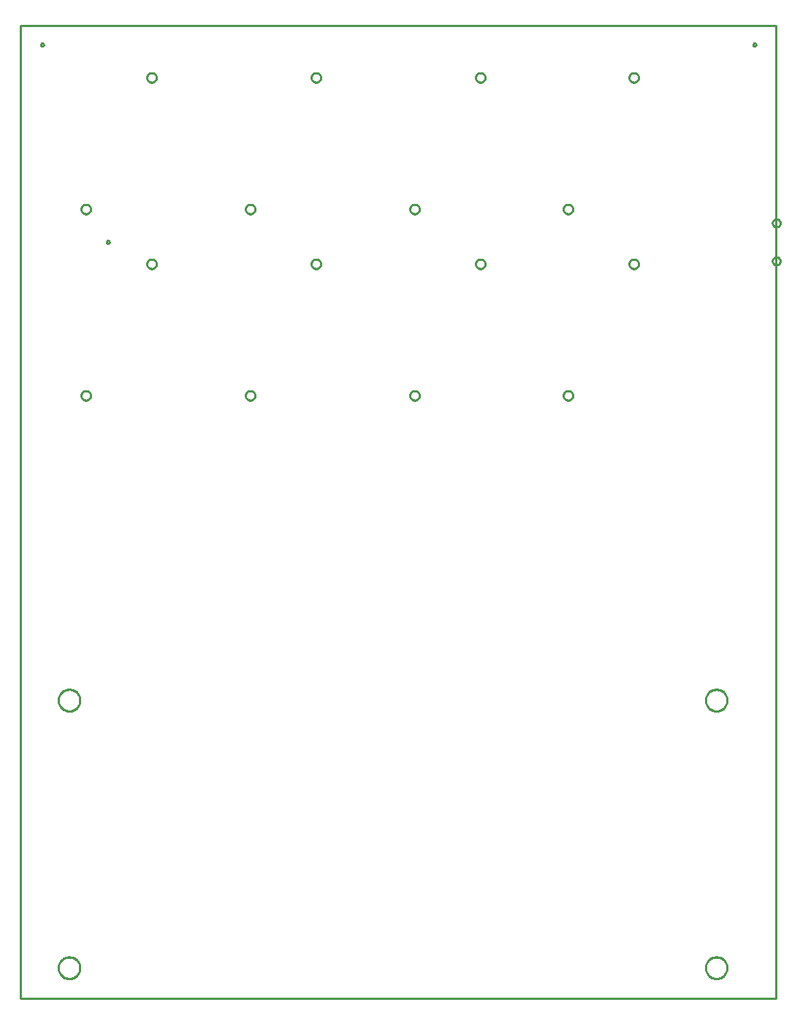
<source format=gbr>
G04 EAGLE Gerber RS-274X export*
G75*
%MOMM*%
%FSLAX34Y34*%
%LPD*%
%IN*%
%IPPOS*%
%AMOC8*
5,1,8,0,0,1.08239X$1,22.5*%
G01*
%ADD10C,0.254000*%


D10*
X0Y0D02*
X876100Y0D01*
X876100Y1127000D01*
X0Y1127000D01*
X0Y0D01*
X27150Y1104728D02*
X27083Y1104390D01*
X26951Y1104071D01*
X26759Y1103784D01*
X26516Y1103541D01*
X26229Y1103349D01*
X25910Y1103217D01*
X25572Y1103150D01*
X25228Y1103150D01*
X24890Y1103217D01*
X24571Y1103349D01*
X24284Y1103541D01*
X24041Y1103784D01*
X23849Y1104071D01*
X23717Y1104390D01*
X23650Y1104728D01*
X23650Y1105072D01*
X23717Y1105410D01*
X23849Y1105729D01*
X24041Y1106016D01*
X24284Y1106259D01*
X24571Y1106451D01*
X24890Y1106583D01*
X25228Y1106650D01*
X25572Y1106650D01*
X25910Y1106583D01*
X26229Y1106451D01*
X26516Y1106259D01*
X26759Y1106016D01*
X26951Y1105729D01*
X27083Y1105410D01*
X27150Y1105072D01*
X27150Y1104728D01*
X852650Y1104728D02*
X852583Y1104390D01*
X852451Y1104071D01*
X852259Y1103784D01*
X852016Y1103541D01*
X851729Y1103349D01*
X851410Y1103217D01*
X851072Y1103150D01*
X850728Y1103150D01*
X850390Y1103217D01*
X850071Y1103349D01*
X849784Y1103541D01*
X849541Y1103784D01*
X849349Y1104071D01*
X849217Y1104390D01*
X849150Y1104728D01*
X849150Y1105072D01*
X849217Y1105410D01*
X849349Y1105729D01*
X849541Y1106016D01*
X849784Y1106259D01*
X850071Y1106451D01*
X850390Y1106583D01*
X850728Y1106650D01*
X851072Y1106650D01*
X851410Y1106583D01*
X851729Y1106451D01*
X852016Y1106259D01*
X852259Y1106016D01*
X852451Y1105729D01*
X852583Y1105410D01*
X852650Y1105072D01*
X852650Y1104728D01*
X103350Y876128D02*
X103283Y875790D01*
X103151Y875471D01*
X102959Y875184D01*
X102716Y874941D01*
X102429Y874749D01*
X102110Y874617D01*
X101772Y874550D01*
X101428Y874550D01*
X101090Y874617D01*
X100771Y874749D01*
X100484Y874941D01*
X100241Y875184D01*
X100049Y875471D01*
X99917Y875790D01*
X99850Y876128D01*
X99850Y876472D01*
X99917Y876810D01*
X100049Y877129D01*
X100241Y877416D01*
X100484Y877659D01*
X100771Y877851D01*
X101090Y877983D01*
X101428Y878050D01*
X101772Y878050D01*
X102110Y877983D01*
X102429Y877851D01*
X102716Y877659D01*
X102959Y877416D01*
X103151Y877129D01*
X103283Y876810D01*
X103350Y876472D01*
X103350Y876128D01*
X267009Y704000D02*
X267623Y703931D01*
X268225Y703793D01*
X268808Y703589D01*
X269365Y703321D01*
X269888Y702993D01*
X270371Y702608D01*
X270808Y702171D01*
X271193Y701688D01*
X271521Y701165D01*
X271789Y700608D01*
X271993Y700025D01*
X272131Y699423D01*
X272200Y698809D01*
X272200Y698191D01*
X272131Y697577D01*
X271993Y696975D01*
X271789Y696392D01*
X271521Y695835D01*
X271193Y695312D01*
X270808Y694829D01*
X270371Y694393D01*
X269888Y694007D01*
X269365Y693679D01*
X268808Y693411D01*
X268225Y693207D01*
X267623Y693069D01*
X267009Y693000D01*
X266391Y693000D01*
X265777Y693069D01*
X265175Y693207D01*
X264592Y693411D01*
X264035Y693679D01*
X263512Y694007D01*
X263029Y694393D01*
X262593Y694829D01*
X262207Y695312D01*
X261879Y695835D01*
X261611Y696392D01*
X261407Y696975D01*
X261269Y697577D01*
X261200Y698191D01*
X261200Y698809D01*
X261269Y699423D01*
X261407Y700025D01*
X261611Y700608D01*
X261879Y701165D01*
X262207Y701688D01*
X262593Y702171D01*
X263029Y702608D01*
X263512Y702993D01*
X264035Y703321D01*
X264592Y703589D01*
X265175Y703793D01*
X265777Y703931D01*
X266391Y704000D01*
X267009Y704000D01*
X343209Y856400D02*
X343823Y856331D01*
X344425Y856193D01*
X345008Y855989D01*
X345565Y855721D01*
X346088Y855393D01*
X346571Y855008D01*
X347008Y854571D01*
X347393Y854088D01*
X347721Y853565D01*
X347989Y853008D01*
X348193Y852425D01*
X348331Y851823D01*
X348400Y851209D01*
X348400Y850591D01*
X348331Y849977D01*
X348193Y849375D01*
X347989Y848792D01*
X347721Y848235D01*
X347393Y847712D01*
X347008Y847229D01*
X346571Y846793D01*
X346088Y846407D01*
X345565Y846079D01*
X345008Y845811D01*
X344425Y845607D01*
X343823Y845469D01*
X343209Y845400D01*
X342591Y845400D01*
X341977Y845469D01*
X341375Y845607D01*
X340792Y845811D01*
X340235Y846079D01*
X339712Y846407D01*
X339229Y846793D01*
X338793Y847229D01*
X338407Y847712D01*
X338079Y848235D01*
X337811Y848792D01*
X337607Y849375D01*
X337469Y849977D01*
X337400Y850591D01*
X337400Y851209D01*
X337469Y851823D01*
X337607Y852425D01*
X337811Y853008D01*
X338079Y853565D01*
X338407Y854088D01*
X338793Y854571D01*
X339229Y855008D01*
X339712Y855393D01*
X340235Y855721D01*
X340792Y855989D01*
X341375Y856193D01*
X341977Y856331D01*
X342591Y856400D01*
X343209Y856400D01*
X267009Y919900D02*
X267623Y919831D01*
X268225Y919693D01*
X268808Y919489D01*
X269365Y919221D01*
X269888Y918893D01*
X270371Y918508D01*
X270808Y918071D01*
X271193Y917588D01*
X271521Y917065D01*
X271789Y916508D01*
X271993Y915925D01*
X272131Y915323D01*
X272200Y914709D01*
X272200Y914091D01*
X272131Y913477D01*
X271993Y912875D01*
X271789Y912292D01*
X271521Y911735D01*
X271193Y911212D01*
X270808Y910729D01*
X270371Y910293D01*
X269888Y909907D01*
X269365Y909579D01*
X268808Y909311D01*
X268225Y909107D01*
X267623Y908969D01*
X267009Y908900D01*
X266391Y908900D01*
X265777Y908969D01*
X265175Y909107D01*
X264592Y909311D01*
X264035Y909579D01*
X263512Y909907D01*
X263029Y910293D01*
X262593Y910729D01*
X262207Y911212D01*
X261879Y911735D01*
X261611Y912292D01*
X261407Y912875D01*
X261269Y913477D01*
X261200Y914091D01*
X261200Y914709D01*
X261269Y915323D01*
X261407Y915925D01*
X261611Y916508D01*
X261879Y917065D01*
X262207Y917588D01*
X262593Y918071D01*
X263029Y918508D01*
X263512Y918893D01*
X264035Y919221D01*
X264592Y919489D01*
X265175Y919693D01*
X265777Y919831D01*
X266391Y919900D01*
X267009Y919900D01*
X343209Y1072300D02*
X343823Y1072231D01*
X344425Y1072093D01*
X345008Y1071889D01*
X345565Y1071621D01*
X346088Y1071293D01*
X346571Y1070908D01*
X347008Y1070471D01*
X347393Y1069988D01*
X347721Y1069465D01*
X347989Y1068908D01*
X348193Y1068325D01*
X348331Y1067723D01*
X348400Y1067109D01*
X348400Y1066491D01*
X348331Y1065877D01*
X348193Y1065275D01*
X347989Y1064692D01*
X347721Y1064135D01*
X347393Y1063612D01*
X347008Y1063129D01*
X346571Y1062693D01*
X346088Y1062307D01*
X345565Y1061979D01*
X345008Y1061711D01*
X344425Y1061507D01*
X343823Y1061369D01*
X343209Y1061300D01*
X342591Y1061300D01*
X341977Y1061369D01*
X341375Y1061507D01*
X340792Y1061711D01*
X340235Y1061979D01*
X339712Y1062307D01*
X339229Y1062693D01*
X338793Y1063129D01*
X338407Y1063612D01*
X338079Y1064135D01*
X337811Y1064692D01*
X337607Y1065275D01*
X337469Y1065877D01*
X337400Y1066491D01*
X337400Y1067109D01*
X337469Y1067723D01*
X337607Y1068325D01*
X337811Y1068908D01*
X338079Y1069465D01*
X338407Y1069988D01*
X338793Y1070471D01*
X339229Y1070908D01*
X339712Y1071293D01*
X340235Y1071621D01*
X340792Y1071889D01*
X341375Y1072093D01*
X341977Y1072231D01*
X342591Y1072300D01*
X343209Y1072300D01*
X457509Y919900D02*
X458123Y919831D01*
X458725Y919693D01*
X459308Y919489D01*
X459865Y919221D01*
X460388Y918893D01*
X460871Y918508D01*
X461308Y918071D01*
X461693Y917588D01*
X462021Y917065D01*
X462289Y916508D01*
X462493Y915925D01*
X462631Y915323D01*
X462700Y914709D01*
X462700Y914091D01*
X462631Y913477D01*
X462493Y912875D01*
X462289Y912292D01*
X462021Y911735D01*
X461693Y911212D01*
X461308Y910729D01*
X460871Y910293D01*
X460388Y909907D01*
X459865Y909579D01*
X459308Y909311D01*
X458725Y909107D01*
X458123Y908969D01*
X457509Y908900D01*
X456891Y908900D01*
X456277Y908969D01*
X455675Y909107D01*
X455092Y909311D01*
X454535Y909579D01*
X454012Y909907D01*
X453529Y910293D01*
X453093Y910729D01*
X452707Y911212D01*
X452379Y911735D01*
X452111Y912292D01*
X451907Y912875D01*
X451769Y913477D01*
X451700Y914091D01*
X451700Y914709D01*
X451769Y915323D01*
X451907Y915925D01*
X452111Y916508D01*
X452379Y917065D01*
X452707Y917588D01*
X453093Y918071D01*
X453529Y918508D01*
X454012Y918893D01*
X454535Y919221D01*
X455092Y919489D01*
X455675Y919693D01*
X456277Y919831D01*
X456891Y919900D01*
X457509Y919900D01*
X533709Y1072300D02*
X534323Y1072231D01*
X534925Y1072093D01*
X535508Y1071889D01*
X536065Y1071621D01*
X536588Y1071293D01*
X537071Y1070908D01*
X537508Y1070471D01*
X537893Y1069988D01*
X538221Y1069465D01*
X538489Y1068908D01*
X538693Y1068325D01*
X538831Y1067723D01*
X538900Y1067109D01*
X538900Y1066491D01*
X538831Y1065877D01*
X538693Y1065275D01*
X538489Y1064692D01*
X538221Y1064135D01*
X537893Y1063612D01*
X537508Y1063129D01*
X537071Y1062693D01*
X536588Y1062307D01*
X536065Y1061979D01*
X535508Y1061711D01*
X534925Y1061507D01*
X534323Y1061369D01*
X533709Y1061300D01*
X533091Y1061300D01*
X532477Y1061369D01*
X531875Y1061507D01*
X531292Y1061711D01*
X530735Y1061979D01*
X530212Y1062307D01*
X529729Y1062693D01*
X529293Y1063129D01*
X528907Y1063612D01*
X528579Y1064135D01*
X528311Y1064692D01*
X528107Y1065275D01*
X527969Y1065877D01*
X527900Y1066491D01*
X527900Y1067109D01*
X527969Y1067723D01*
X528107Y1068325D01*
X528311Y1068908D01*
X528579Y1069465D01*
X528907Y1069988D01*
X529293Y1070471D01*
X529729Y1070908D01*
X530212Y1071293D01*
X530735Y1071621D01*
X531292Y1071889D01*
X531875Y1072093D01*
X532477Y1072231D01*
X533091Y1072300D01*
X533709Y1072300D01*
X457509Y704000D02*
X458123Y703931D01*
X458725Y703793D01*
X459308Y703589D01*
X459865Y703321D01*
X460388Y702993D01*
X460871Y702608D01*
X461308Y702171D01*
X461693Y701688D01*
X462021Y701165D01*
X462289Y700608D01*
X462493Y700025D01*
X462631Y699423D01*
X462700Y698809D01*
X462700Y698191D01*
X462631Y697577D01*
X462493Y696975D01*
X462289Y696392D01*
X462021Y695835D01*
X461693Y695312D01*
X461308Y694829D01*
X460871Y694393D01*
X460388Y694007D01*
X459865Y693679D01*
X459308Y693411D01*
X458725Y693207D01*
X458123Y693069D01*
X457509Y693000D01*
X456891Y693000D01*
X456277Y693069D01*
X455675Y693207D01*
X455092Y693411D01*
X454535Y693679D01*
X454012Y694007D01*
X453529Y694393D01*
X453093Y694829D01*
X452707Y695312D01*
X452379Y695835D01*
X452111Y696392D01*
X451907Y696975D01*
X451769Y697577D01*
X451700Y698191D01*
X451700Y698809D01*
X451769Y699423D01*
X451907Y700025D01*
X452111Y700608D01*
X452379Y701165D01*
X452707Y701688D01*
X453093Y702171D01*
X453529Y702608D01*
X454012Y702993D01*
X454535Y703321D01*
X455092Y703589D01*
X455675Y703793D01*
X456277Y703931D01*
X456891Y704000D01*
X457509Y704000D01*
X533709Y856400D02*
X534323Y856331D01*
X534925Y856193D01*
X535508Y855989D01*
X536065Y855721D01*
X536588Y855393D01*
X537071Y855008D01*
X537508Y854571D01*
X537893Y854088D01*
X538221Y853565D01*
X538489Y853008D01*
X538693Y852425D01*
X538831Y851823D01*
X538900Y851209D01*
X538900Y850591D01*
X538831Y849977D01*
X538693Y849375D01*
X538489Y848792D01*
X538221Y848235D01*
X537893Y847712D01*
X537508Y847229D01*
X537071Y846793D01*
X536588Y846407D01*
X536065Y846079D01*
X535508Y845811D01*
X534925Y845607D01*
X534323Y845469D01*
X533709Y845400D01*
X533091Y845400D01*
X532477Y845469D01*
X531875Y845607D01*
X531292Y845811D01*
X530735Y846079D01*
X530212Y846407D01*
X529729Y846793D01*
X529293Y847229D01*
X528907Y847712D01*
X528579Y848235D01*
X528311Y848792D01*
X528107Y849375D01*
X527969Y849977D01*
X527900Y850591D01*
X527900Y851209D01*
X527969Y851823D01*
X528107Y852425D01*
X528311Y853008D01*
X528579Y853565D01*
X528907Y854088D01*
X529293Y854571D01*
X529729Y855008D01*
X530212Y855393D01*
X530735Y855721D01*
X531292Y855989D01*
X531875Y856193D01*
X532477Y856331D01*
X533091Y856400D01*
X533709Y856400D01*
X635309Y919900D02*
X635923Y919831D01*
X636525Y919693D01*
X637108Y919489D01*
X637665Y919221D01*
X638188Y918893D01*
X638671Y918508D01*
X639108Y918071D01*
X639493Y917588D01*
X639821Y917065D01*
X640089Y916508D01*
X640293Y915925D01*
X640431Y915323D01*
X640500Y914709D01*
X640500Y914091D01*
X640431Y913477D01*
X640293Y912875D01*
X640089Y912292D01*
X639821Y911735D01*
X639493Y911212D01*
X639108Y910729D01*
X638671Y910293D01*
X638188Y909907D01*
X637665Y909579D01*
X637108Y909311D01*
X636525Y909107D01*
X635923Y908969D01*
X635309Y908900D01*
X634691Y908900D01*
X634077Y908969D01*
X633475Y909107D01*
X632892Y909311D01*
X632335Y909579D01*
X631812Y909907D01*
X631329Y910293D01*
X630893Y910729D01*
X630507Y911212D01*
X630179Y911735D01*
X629911Y912292D01*
X629707Y912875D01*
X629569Y913477D01*
X629500Y914091D01*
X629500Y914709D01*
X629569Y915323D01*
X629707Y915925D01*
X629911Y916508D01*
X630179Y917065D01*
X630507Y917588D01*
X630893Y918071D01*
X631329Y918508D01*
X631812Y918893D01*
X632335Y919221D01*
X632892Y919489D01*
X633475Y919693D01*
X634077Y919831D01*
X634691Y919900D01*
X635309Y919900D01*
X711509Y1072300D02*
X712123Y1072231D01*
X712725Y1072093D01*
X713308Y1071889D01*
X713865Y1071621D01*
X714388Y1071293D01*
X714871Y1070908D01*
X715308Y1070471D01*
X715693Y1069988D01*
X716021Y1069465D01*
X716289Y1068908D01*
X716493Y1068325D01*
X716631Y1067723D01*
X716700Y1067109D01*
X716700Y1066491D01*
X716631Y1065877D01*
X716493Y1065275D01*
X716289Y1064692D01*
X716021Y1064135D01*
X715693Y1063612D01*
X715308Y1063129D01*
X714871Y1062693D01*
X714388Y1062307D01*
X713865Y1061979D01*
X713308Y1061711D01*
X712725Y1061507D01*
X712123Y1061369D01*
X711509Y1061300D01*
X710891Y1061300D01*
X710277Y1061369D01*
X709675Y1061507D01*
X709092Y1061711D01*
X708535Y1061979D01*
X708012Y1062307D01*
X707529Y1062693D01*
X707093Y1063129D01*
X706707Y1063612D01*
X706379Y1064135D01*
X706111Y1064692D01*
X705907Y1065275D01*
X705769Y1065877D01*
X705700Y1066491D01*
X705700Y1067109D01*
X705769Y1067723D01*
X705907Y1068325D01*
X706111Y1068908D01*
X706379Y1069465D01*
X706707Y1069988D01*
X707093Y1070471D01*
X707529Y1070908D01*
X708012Y1071293D01*
X708535Y1071621D01*
X709092Y1071889D01*
X709675Y1072093D01*
X710277Y1072231D01*
X710891Y1072300D01*
X711509Y1072300D01*
X635309Y704000D02*
X635923Y703931D01*
X636525Y703793D01*
X637108Y703589D01*
X637665Y703321D01*
X638188Y702993D01*
X638671Y702608D01*
X639108Y702171D01*
X639493Y701688D01*
X639821Y701165D01*
X640089Y700608D01*
X640293Y700025D01*
X640431Y699423D01*
X640500Y698809D01*
X640500Y698191D01*
X640431Y697577D01*
X640293Y696975D01*
X640089Y696392D01*
X639821Y695835D01*
X639493Y695312D01*
X639108Y694829D01*
X638671Y694393D01*
X638188Y694007D01*
X637665Y693679D01*
X637108Y693411D01*
X636525Y693207D01*
X635923Y693069D01*
X635309Y693000D01*
X634691Y693000D01*
X634077Y693069D01*
X633475Y693207D01*
X632892Y693411D01*
X632335Y693679D01*
X631812Y694007D01*
X631329Y694393D01*
X630893Y694829D01*
X630507Y695312D01*
X630179Y695835D01*
X629911Y696392D01*
X629707Y696975D01*
X629569Y697577D01*
X629500Y698191D01*
X629500Y698809D01*
X629569Y699423D01*
X629707Y700025D01*
X629911Y700608D01*
X630179Y701165D01*
X630507Y701688D01*
X630893Y702171D01*
X631329Y702608D01*
X631812Y702993D01*
X632335Y703321D01*
X632892Y703589D01*
X633475Y703793D01*
X634077Y703931D01*
X634691Y704000D01*
X635309Y704000D01*
X711509Y856400D02*
X712123Y856331D01*
X712725Y856193D01*
X713308Y855989D01*
X713865Y855721D01*
X714388Y855393D01*
X714871Y855008D01*
X715308Y854571D01*
X715693Y854088D01*
X716021Y853565D01*
X716289Y853008D01*
X716493Y852425D01*
X716631Y851823D01*
X716700Y851209D01*
X716700Y850591D01*
X716631Y849977D01*
X716493Y849375D01*
X716289Y848792D01*
X716021Y848235D01*
X715693Y847712D01*
X715308Y847229D01*
X714871Y846793D01*
X714388Y846407D01*
X713865Y846079D01*
X713308Y845811D01*
X712725Y845607D01*
X712123Y845469D01*
X711509Y845400D01*
X710891Y845400D01*
X710277Y845469D01*
X709675Y845607D01*
X709092Y845811D01*
X708535Y846079D01*
X708012Y846407D01*
X707529Y846793D01*
X707093Y847229D01*
X706707Y847712D01*
X706379Y848235D01*
X706111Y848792D01*
X705907Y849375D01*
X705769Y849977D01*
X705700Y850591D01*
X705700Y851209D01*
X705769Y851823D01*
X705907Y852425D01*
X706111Y853008D01*
X706379Y853565D01*
X706707Y854088D01*
X707093Y854571D01*
X707529Y855008D01*
X708012Y855393D01*
X708535Y855721D01*
X709092Y855989D01*
X709675Y856193D01*
X710277Y856331D01*
X710891Y856400D01*
X711509Y856400D01*
X76509Y919900D02*
X77123Y919831D01*
X77725Y919693D01*
X78308Y919489D01*
X78865Y919221D01*
X79388Y918893D01*
X79871Y918508D01*
X80308Y918071D01*
X80693Y917588D01*
X81021Y917065D01*
X81289Y916508D01*
X81493Y915925D01*
X81631Y915323D01*
X81700Y914709D01*
X81700Y914091D01*
X81631Y913477D01*
X81493Y912875D01*
X81289Y912292D01*
X81021Y911735D01*
X80693Y911212D01*
X80308Y910729D01*
X79871Y910293D01*
X79388Y909907D01*
X78865Y909579D01*
X78308Y909311D01*
X77725Y909107D01*
X77123Y908969D01*
X76509Y908900D01*
X75891Y908900D01*
X75277Y908969D01*
X74675Y909107D01*
X74092Y909311D01*
X73535Y909579D01*
X73012Y909907D01*
X72529Y910293D01*
X72093Y910729D01*
X71707Y911212D01*
X71379Y911735D01*
X71111Y912292D01*
X70907Y912875D01*
X70769Y913477D01*
X70700Y914091D01*
X70700Y914709D01*
X70769Y915323D01*
X70907Y915925D01*
X71111Y916508D01*
X71379Y917065D01*
X71707Y917588D01*
X72093Y918071D01*
X72529Y918508D01*
X73012Y918893D01*
X73535Y919221D01*
X74092Y919489D01*
X74675Y919693D01*
X75277Y919831D01*
X75891Y919900D01*
X76509Y919900D01*
X152709Y1072300D02*
X153323Y1072231D01*
X153925Y1072093D01*
X154508Y1071889D01*
X155065Y1071621D01*
X155588Y1071293D01*
X156071Y1070908D01*
X156508Y1070471D01*
X156893Y1069988D01*
X157221Y1069465D01*
X157489Y1068908D01*
X157693Y1068325D01*
X157831Y1067723D01*
X157900Y1067109D01*
X157900Y1066491D01*
X157831Y1065877D01*
X157693Y1065275D01*
X157489Y1064692D01*
X157221Y1064135D01*
X156893Y1063612D01*
X156508Y1063129D01*
X156071Y1062693D01*
X155588Y1062307D01*
X155065Y1061979D01*
X154508Y1061711D01*
X153925Y1061507D01*
X153323Y1061369D01*
X152709Y1061300D01*
X152091Y1061300D01*
X151477Y1061369D01*
X150875Y1061507D01*
X150292Y1061711D01*
X149735Y1061979D01*
X149212Y1062307D01*
X148729Y1062693D01*
X148293Y1063129D01*
X147907Y1063612D01*
X147579Y1064135D01*
X147311Y1064692D01*
X147107Y1065275D01*
X146969Y1065877D01*
X146900Y1066491D01*
X146900Y1067109D01*
X146969Y1067723D01*
X147107Y1068325D01*
X147311Y1068908D01*
X147579Y1069465D01*
X147907Y1069988D01*
X148293Y1070471D01*
X148729Y1070908D01*
X149212Y1071293D01*
X149735Y1071621D01*
X150292Y1071889D01*
X150875Y1072093D01*
X151477Y1072231D01*
X152091Y1072300D01*
X152709Y1072300D01*
X76509Y704000D02*
X77123Y703931D01*
X77725Y703793D01*
X78308Y703589D01*
X78865Y703321D01*
X79388Y702993D01*
X79871Y702608D01*
X80308Y702171D01*
X80693Y701688D01*
X81021Y701165D01*
X81289Y700608D01*
X81493Y700025D01*
X81631Y699423D01*
X81700Y698809D01*
X81700Y698191D01*
X81631Y697577D01*
X81493Y696975D01*
X81289Y696392D01*
X81021Y695835D01*
X80693Y695312D01*
X80308Y694829D01*
X79871Y694393D01*
X79388Y694007D01*
X78865Y693679D01*
X78308Y693411D01*
X77725Y693207D01*
X77123Y693069D01*
X76509Y693000D01*
X75891Y693000D01*
X75277Y693069D01*
X74675Y693207D01*
X74092Y693411D01*
X73535Y693679D01*
X73012Y694007D01*
X72529Y694393D01*
X72093Y694829D01*
X71707Y695312D01*
X71379Y695835D01*
X71111Y696392D01*
X70907Y696975D01*
X70769Y697577D01*
X70700Y698191D01*
X70700Y698809D01*
X70769Y699423D01*
X70907Y700025D01*
X71111Y700608D01*
X71379Y701165D01*
X71707Y701688D01*
X72093Y702171D01*
X72529Y702608D01*
X73012Y702993D01*
X73535Y703321D01*
X74092Y703589D01*
X74675Y703793D01*
X75277Y703931D01*
X75891Y704000D01*
X76509Y704000D01*
X152709Y856400D02*
X153323Y856331D01*
X153925Y856193D01*
X154508Y855989D01*
X155065Y855721D01*
X155588Y855393D01*
X156071Y855008D01*
X156508Y854571D01*
X156893Y854088D01*
X157221Y853565D01*
X157489Y853008D01*
X157693Y852425D01*
X157831Y851823D01*
X157900Y851209D01*
X157900Y850591D01*
X157831Y849977D01*
X157693Y849375D01*
X157489Y848792D01*
X157221Y848235D01*
X156893Y847712D01*
X156508Y847229D01*
X156071Y846793D01*
X155588Y846407D01*
X155065Y846079D01*
X154508Y845811D01*
X153925Y845607D01*
X153323Y845469D01*
X152709Y845400D01*
X152091Y845400D01*
X151477Y845469D01*
X150875Y845607D01*
X150292Y845811D01*
X149735Y846079D01*
X149212Y846407D01*
X148729Y846793D01*
X148293Y847229D01*
X147907Y847712D01*
X147579Y848235D01*
X147311Y848792D01*
X147107Y849375D01*
X146969Y849977D01*
X146900Y850591D01*
X146900Y851209D01*
X146969Y851823D01*
X147107Y852425D01*
X147311Y853008D01*
X147579Y853565D01*
X147907Y854088D01*
X148293Y854571D01*
X148729Y855008D01*
X149212Y855393D01*
X149735Y855721D01*
X150292Y855989D01*
X150875Y856193D01*
X151477Y856331D01*
X152091Y856400D01*
X152709Y856400D01*
X69300Y35009D02*
X69223Y34030D01*
X69069Y33060D01*
X68840Y32104D01*
X68536Y31170D01*
X68161Y30263D01*
X67715Y29388D01*
X67201Y28550D01*
X66624Y27755D01*
X65986Y27008D01*
X65292Y26314D01*
X64545Y25676D01*
X63750Y25099D01*
X62912Y24585D01*
X62037Y24139D01*
X61130Y23764D01*
X60196Y23460D01*
X59241Y23231D01*
X58270Y23077D01*
X57291Y23000D01*
X56309Y23000D01*
X55330Y23077D01*
X54360Y23231D01*
X53404Y23460D01*
X52470Y23764D01*
X51563Y24139D01*
X50688Y24585D01*
X49850Y25099D01*
X49055Y25676D01*
X48308Y26314D01*
X47614Y27008D01*
X46976Y27755D01*
X46399Y28550D01*
X45885Y29388D01*
X45439Y30263D01*
X45064Y31170D01*
X44760Y32104D01*
X44531Y33060D01*
X44377Y34030D01*
X44300Y35009D01*
X44300Y35991D01*
X44377Y36970D01*
X44531Y37941D01*
X44760Y38896D01*
X45064Y39830D01*
X45439Y40737D01*
X45885Y41612D01*
X46399Y42450D01*
X46976Y43245D01*
X47614Y43992D01*
X48308Y44686D01*
X49055Y45324D01*
X49850Y45901D01*
X50688Y46415D01*
X51563Y46861D01*
X52470Y47236D01*
X53404Y47540D01*
X54360Y47769D01*
X55330Y47923D01*
X56309Y48000D01*
X57291Y48000D01*
X58270Y47923D01*
X59241Y47769D01*
X60196Y47540D01*
X61130Y47236D01*
X62037Y46861D01*
X62912Y46415D01*
X63750Y45901D01*
X64545Y45324D01*
X65292Y44686D01*
X65986Y43992D01*
X66624Y43245D01*
X67201Y42450D01*
X67715Y41612D01*
X68161Y40737D01*
X68536Y39830D01*
X68840Y38896D01*
X69069Y37941D01*
X69223Y36970D01*
X69300Y35991D01*
X69300Y35009D01*
X819300Y35009D02*
X819223Y34030D01*
X819069Y33060D01*
X818840Y32104D01*
X818536Y31170D01*
X818161Y30263D01*
X817715Y29388D01*
X817201Y28550D01*
X816624Y27755D01*
X815986Y27008D01*
X815292Y26314D01*
X814545Y25676D01*
X813750Y25099D01*
X812912Y24585D01*
X812037Y24139D01*
X811130Y23764D01*
X810196Y23460D01*
X809241Y23231D01*
X808270Y23077D01*
X807291Y23000D01*
X806309Y23000D01*
X805330Y23077D01*
X804360Y23231D01*
X803404Y23460D01*
X802470Y23764D01*
X801563Y24139D01*
X800688Y24585D01*
X799850Y25099D01*
X799055Y25676D01*
X798308Y26314D01*
X797614Y27008D01*
X796976Y27755D01*
X796399Y28550D01*
X795885Y29388D01*
X795439Y30263D01*
X795064Y31170D01*
X794760Y32104D01*
X794531Y33060D01*
X794377Y34030D01*
X794300Y35009D01*
X794300Y35991D01*
X794377Y36970D01*
X794531Y37941D01*
X794760Y38896D01*
X795064Y39830D01*
X795439Y40737D01*
X795885Y41612D01*
X796399Y42450D01*
X796976Y43245D01*
X797614Y43992D01*
X798308Y44686D01*
X799055Y45324D01*
X799850Y45901D01*
X800688Y46415D01*
X801563Y46861D01*
X802470Y47236D01*
X803404Y47540D01*
X804360Y47769D01*
X805330Y47923D01*
X806309Y48000D01*
X807291Y48000D01*
X808270Y47923D01*
X809241Y47769D01*
X810196Y47540D01*
X811130Y47236D01*
X812037Y46861D01*
X812912Y46415D01*
X813750Y45901D01*
X814545Y45324D01*
X815292Y44686D01*
X815986Y43992D01*
X816624Y43245D01*
X817201Y42450D01*
X817715Y41612D01*
X818161Y40737D01*
X818536Y39830D01*
X818840Y38896D01*
X819069Y37941D01*
X819223Y36970D01*
X819300Y35991D01*
X819300Y35009D01*
X69300Y345009D02*
X69223Y344030D01*
X69069Y343060D01*
X68840Y342104D01*
X68536Y341170D01*
X68161Y340263D01*
X67715Y339388D01*
X67201Y338550D01*
X66624Y337755D01*
X65986Y337008D01*
X65292Y336314D01*
X64545Y335676D01*
X63750Y335099D01*
X62912Y334585D01*
X62037Y334139D01*
X61130Y333764D01*
X60196Y333460D01*
X59241Y333231D01*
X58270Y333077D01*
X57291Y333000D01*
X56309Y333000D01*
X55330Y333077D01*
X54360Y333231D01*
X53404Y333460D01*
X52470Y333764D01*
X51563Y334139D01*
X50688Y334585D01*
X49850Y335099D01*
X49055Y335676D01*
X48308Y336314D01*
X47614Y337008D01*
X46976Y337755D01*
X46399Y338550D01*
X45885Y339388D01*
X45439Y340263D01*
X45064Y341170D01*
X44760Y342104D01*
X44531Y343060D01*
X44377Y344030D01*
X44300Y345009D01*
X44300Y345991D01*
X44377Y346970D01*
X44531Y347941D01*
X44760Y348896D01*
X45064Y349830D01*
X45439Y350737D01*
X45885Y351612D01*
X46399Y352450D01*
X46976Y353245D01*
X47614Y353992D01*
X48308Y354686D01*
X49055Y355324D01*
X49850Y355901D01*
X50688Y356415D01*
X51563Y356861D01*
X52470Y357236D01*
X53404Y357540D01*
X54360Y357769D01*
X55330Y357923D01*
X56309Y358000D01*
X57291Y358000D01*
X58270Y357923D01*
X59241Y357769D01*
X60196Y357540D01*
X61130Y357236D01*
X62037Y356861D01*
X62912Y356415D01*
X63750Y355901D01*
X64545Y355324D01*
X65292Y354686D01*
X65986Y353992D01*
X66624Y353245D01*
X67201Y352450D01*
X67715Y351612D01*
X68161Y350737D01*
X68536Y349830D01*
X68840Y348896D01*
X69069Y347941D01*
X69223Y346970D01*
X69300Y345991D01*
X69300Y345009D01*
X819300Y345009D02*
X819223Y344030D01*
X819069Y343060D01*
X818840Y342104D01*
X818536Y341170D01*
X818161Y340263D01*
X817715Y339388D01*
X817201Y338550D01*
X816624Y337755D01*
X815986Y337008D01*
X815292Y336314D01*
X814545Y335676D01*
X813750Y335099D01*
X812912Y334585D01*
X812037Y334139D01*
X811130Y333764D01*
X810196Y333460D01*
X809241Y333231D01*
X808270Y333077D01*
X807291Y333000D01*
X806309Y333000D01*
X805330Y333077D01*
X804360Y333231D01*
X803404Y333460D01*
X802470Y333764D01*
X801563Y334139D01*
X800688Y334585D01*
X799850Y335099D01*
X799055Y335676D01*
X798308Y336314D01*
X797614Y337008D01*
X796976Y337755D01*
X796399Y338550D01*
X795885Y339388D01*
X795439Y340263D01*
X795064Y341170D01*
X794760Y342104D01*
X794531Y343060D01*
X794377Y344030D01*
X794300Y345009D01*
X794300Y345991D01*
X794377Y346970D01*
X794531Y347941D01*
X794760Y348896D01*
X795064Y349830D01*
X795439Y350737D01*
X795885Y351612D01*
X796399Y352450D01*
X796976Y353245D01*
X797614Y353992D01*
X798308Y354686D01*
X799055Y355324D01*
X799850Y355901D01*
X800688Y356415D01*
X801563Y356861D01*
X802470Y357236D01*
X803404Y357540D01*
X804360Y357769D01*
X805330Y357923D01*
X806309Y358000D01*
X807291Y358000D01*
X808270Y357923D01*
X809241Y357769D01*
X810196Y357540D01*
X811130Y357236D01*
X812037Y356861D01*
X812912Y356415D01*
X813750Y355901D01*
X814545Y355324D01*
X815292Y354686D01*
X815986Y353992D01*
X816624Y353245D01*
X817201Y352450D01*
X817715Y351612D01*
X818161Y350737D01*
X818536Y349830D01*
X818840Y348896D01*
X819069Y347941D01*
X819223Y346970D01*
X819300Y345991D01*
X819300Y345009D01*
X871800Y854595D02*
X871877Y855180D01*
X872030Y855750D01*
X872255Y856295D01*
X872550Y856805D01*
X872909Y857273D01*
X873327Y857691D01*
X873795Y858050D01*
X874305Y858345D01*
X874850Y858570D01*
X875420Y858723D01*
X876005Y858800D01*
X876595Y858800D01*
X877180Y858723D01*
X877750Y858570D01*
X878295Y858345D01*
X878805Y858050D01*
X879273Y857691D01*
X879691Y857273D01*
X880050Y856805D01*
X880345Y856295D01*
X880570Y855750D01*
X880723Y855180D01*
X880800Y854595D01*
X880800Y854005D01*
X880723Y853420D01*
X880570Y852850D01*
X880345Y852305D01*
X880050Y851795D01*
X879691Y851327D01*
X879273Y850909D01*
X878805Y850550D01*
X878295Y850255D01*
X877750Y850030D01*
X877180Y849877D01*
X876595Y849800D01*
X876005Y849800D01*
X875420Y849877D01*
X874850Y850030D01*
X874305Y850255D01*
X873795Y850550D01*
X873327Y850909D01*
X872909Y851327D01*
X872550Y851795D01*
X872255Y852305D01*
X872030Y852850D01*
X871877Y853420D01*
X871800Y854005D01*
X871800Y854595D01*
X871800Y898595D02*
X871877Y899180D01*
X872030Y899750D01*
X872255Y900295D01*
X872550Y900805D01*
X872909Y901273D01*
X873327Y901691D01*
X873795Y902050D01*
X874305Y902345D01*
X874850Y902570D01*
X875420Y902723D01*
X876005Y902800D01*
X876595Y902800D01*
X877180Y902723D01*
X877750Y902570D01*
X878295Y902345D01*
X878805Y902050D01*
X879273Y901691D01*
X879691Y901273D01*
X880050Y900805D01*
X880345Y900295D01*
X880570Y899750D01*
X880723Y899180D01*
X880800Y898595D01*
X880800Y898005D01*
X880723Y897420D01*
X880570Y896850D01*
X880345Y896305D01*
X880050Y895795D01*
X879691Y895327D01*
X879273Y894909D01*
X878805Y894550D01*
X878295Y894255D01*
X877750Y894030D01*
X877180Y893877D01*
X876595Y893800D01*
X876005Y893800D01*
X875420Y893877D01*
X874850Y894030D01*
X874305Y894255D01*
X873795Y894550D01*
X873327Y894909D01*
X872909Y895327D01*
X872550Y895795D01*
X872255Y896305D01*
X872030Y896850D01*
X871877Y897420D01*
X871800Y898005D01*
X871800Y898595D01*
M02*

</source>
